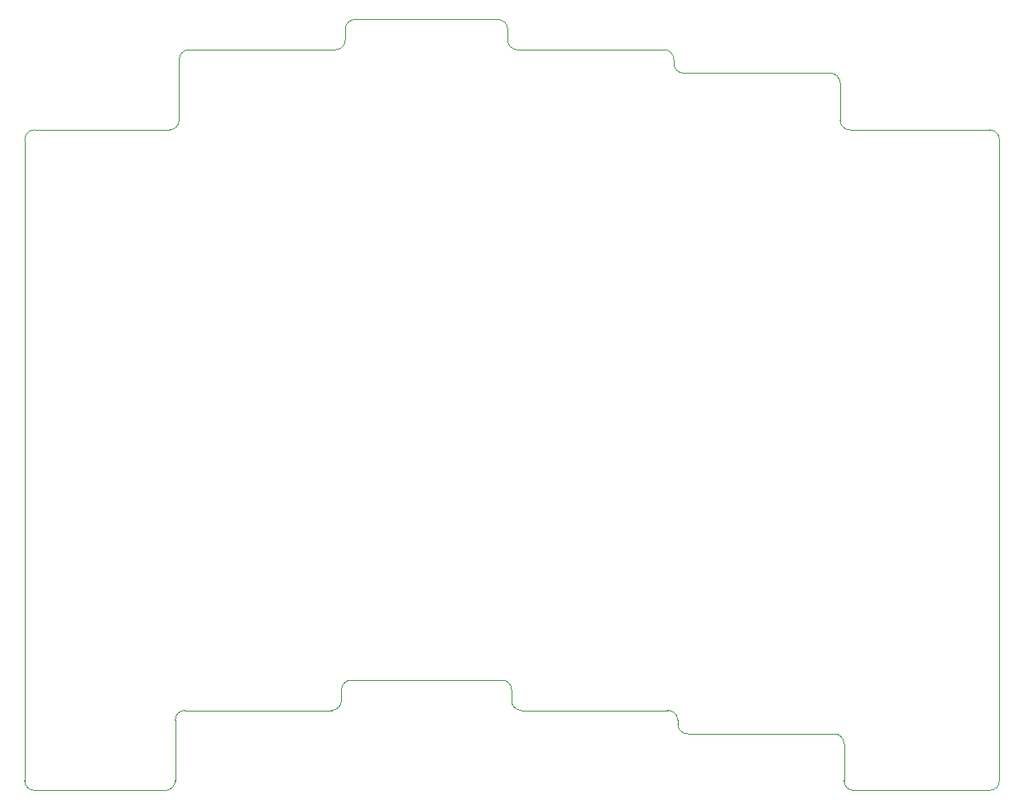
<source format=gbr>
G04 #@! TF.GenerationSoftware,KiCad,Pcbnew,9.0.0*
G04 #@! TF.CreationDate,2025-04-19T15:23:07+09:00*
G04 #@! TF.ProjectId,nofy_V2_L,6e6f6679-5f56-4325-9f4c-2e6b69636164,rev?*
G04 #@! TF.SameCoordinates,Original*
G04 #@! TF.FileFunction,Profile,NP*
%FSLAX46Y46*%
G04 Gerber Fmt 4.6, Leading zero omitted, Abs format (unit mm)*
G04 Created by KiCad (PCBNEW 9.0.0) date 2025-04-19 15:23:07*
%MOMM*%
%LPD*%
G01*
G04 APERTURE LIST*
G04 #@! TA.AperFunction,Profile*
%ADD10C,0.050000*%
G04 #@! TD*
G04 APERTURE END LIST*
D10*
X32667865Y-98732135D02*
G75*
G02*
X33667865Y-97732065I1000035J35D01*
G01*
X100067865Y-100132135D02*
G75*
G02*
X101067865Y-101132135I35J-999965D01*
G01*
X84667865Y-32532135D02*
X99667865Y-32532135D01*
X84667865Y-32532135D02*
G75*
G02*
X83667865Y-31532135I35J1000035D01*
G01*
X83067865Y-97732135D02*
G75*
G02*
X84067865Y-98732135I35J-999965D01*
G01*
X66667865Y-28032135D02*
X66667865Y-29132135D01*
X85067865Y-100132135D02*
G75*
G02*
X84067865Y-99132135I35J1000035D01*
G01*
X18267865Y-105932135D02*
G75*
G02*
X17267865Y-104932135I35J1000035D01*
G01*
X50067865Y-28032135D02*
G75*
G02*
X51067865Y-27032065I1000035J35D01*
G01*
X115967865Y-38332135D02*
X101667865Y-38332135D01*
X67667865Y-30132135D02*
G75*
G02*
X66667865Y-29132135I35J1000035D01*
G01*
X51067865Y-27032135D02*
X65667865Y-27032135D01*
X18267865Y-38332135D02*
X32067865Y-38332128D01*
X82667865Y-30132135D02*
G75*
G02*
X83667865Y-31132135I35J-999965D01*
G01*
X67667865Y-30132135D02*
X82667865Y-30132135D01*
X17267865Y-39332135D02*
G75*
G02*
X18267865Y-38332135I999995J5D01*
G01*
X65667865Y-27032135D02*
G75*
G02*
X66667865Y-28032135I35J-999965D01*
G01*
X32667865Y-98732135D02*
X32667865Y-104932135D01*
X100667865Y-33532135D02*
X100667865Y-37328381D01*
X50067865Y-29132135D02*
X50067865Y-28032135D01*
X101667865Y-38332135D02*
G75*
G02*
X100667865Y-37332135I35J1000035D01*
G01*
X99667865Y-32532135D02*
G75*
G02*
X100667865Y-33532135I35J-999965D01*
G01*
X83067865Y-97732135D02*
X68067865Y-97732135D01*
X33067865Y-37332128D02*
G75*
G02*
X32067865Y-38332065I-999965J28D01*
G01*
X17267865Y-104932135D02*
X17267865Y-39332135D01*
X49667865Y-96732135D02*
G75*
G02*
X48667865Y-97732065I-999965J35D01*
G01*
X48667865Y-97732135D02*
X33667865Y-97732135D01*
X67067865Y-96732135D02*
X67067865Y-95632135D01*
X33067865Y-37332128D02*
X33067865Y-31132135D01*
X66067865Y-94632135D02*
G75*
G02*
X67067865Y-95632135I35J-999965D01*
G01*
X115967865Y-38332135D02*
G75*
G02*
X116967865Y-39332135I35J-999965D01*
G01*
X115967865Y-105932135D02*
X102067865Y-105932135D01*
X32667865Y-104932135D02*
G75*
G02*
X31667865Y-105932065I-999965J35D01*
G01*
X102067865Y-105932135D02*
G75*
G02*
X101067865Y-104932135I35J1000035D01*
G01*
X49667865Y-95632135D02*
G75*
G02*
X50667865Y-94632065I1000035J35D01*
G01*
X49667865Y-95632135D02*
X49667865Y-96732135D01*
X100067865Y-100132135D02*
X85067865Y-100132135D01*
X101067865Y-104932135D02*
X101067865Y-101132135D01*
X116967865Y-104932135D02*
G75*
G02*
X115967865Y-105932065I-999965J35D01*
G01*
X50067865Y-29132135D02*
G75*
G02*
X49067865Y-30132065I-999965J35D01*
G01*
X34067865Y-30132135D02*
X49067865Y-30132135D01*
X33067865Y-31132135D02*
G75*
G02*
X34067865Y-30132065I1000035J35D01*
G01*
X84067865Y-99132135D02*
X84067865Y-98732135D01*
X31667865Y-105932135D02*
X18267865Y-105932135D01*
X116967865Y-104932135D02*
X116967865Y-39332135D01*
X83667865Y-31132135D02*
X83667865Y-31532135D01*
X66067865Y-94632135D02*
X50667865Y-94632135D01*
X68067865Y-97732135D02*
G75*
G02*
X67067865Y-96732135I35J1000035D01*
G01*
M02*

</source>
